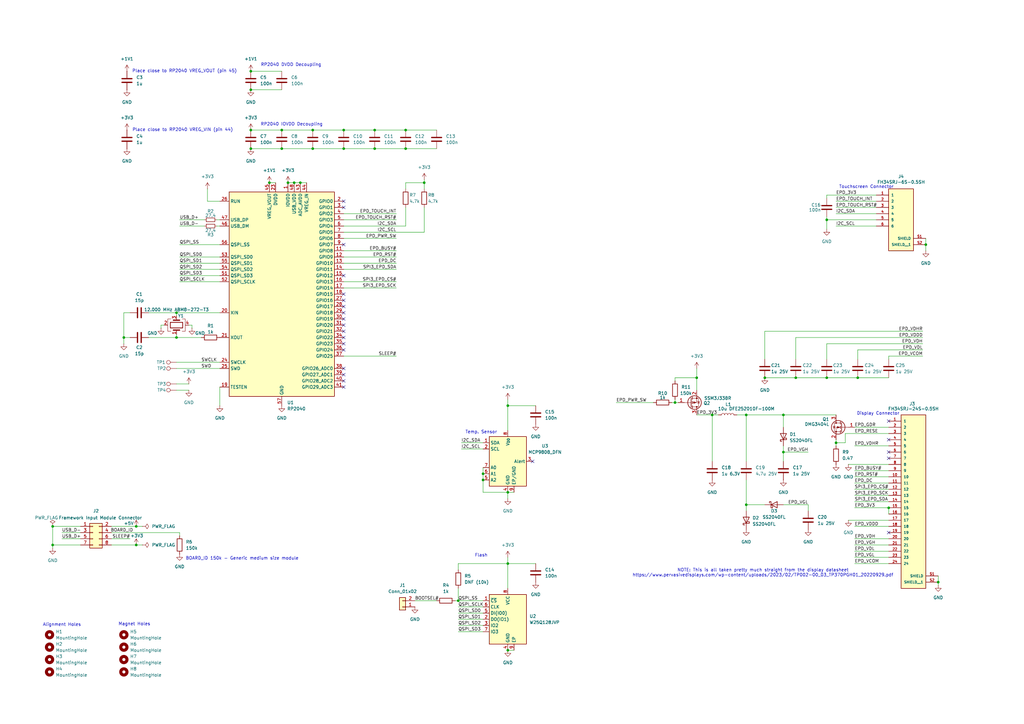
<source format=kicad_sch>
(kicad_sch (version 20231120) (generator "eeschema") (generator_version "8.0")
  (paper "A3")
  (junction (at 321.31 185.42))
  (junction (at 285.75 154.94))
  (junction (at 102.87 60.96))
  (junction (at 128.27 53.34))
  (junction (at 198.12 194.31))
  (junction (at 118.11 74.93))
  (junction (at 326.39 154.94))
  (junction (at 102.87 36.83))
  (junction (at 339.09 154.94))
  (junction (at 173.99 74.93))
  (junction (at 339.09 90.17))
  (junction (at 208.28 201.93))
  (junction (at 140.97 53.34))
  (junction (at 276.86 165.1))
  (junction (at 120.65 74.93))
  (junction (at 115.57 53.34))
  (junction (at 292.1 170.18))
  (junction (at 21.59 223.52))
  (junction (at 166.37 53.34))
  (junction (at 187.96 246.38))
  (junction (at 153.67 60.96))
  (junction (at 208.28 266.7))
  (junction (at 55.88 223.52))
  (junction (at 384.81 238.76))
  (junction (at 110.49 74.93))
  (junction (at 72.39 138.43))
  (junction (at 306.07 170.18))
  (junction (at 72.39 128.27))
  (junction (at 306.07 207.01))
  (junction (at 351.79 154.94))
  (junction (at 153.67 53.34))
  (junction (at 208.28 231.14))
  (junction (at 140.97 60.96))
  (junction (at 102.87 29.21))
  (junction (at 55.88 215.9))
  (junction (at 364.49 208.28))
  (junction (at 115.57 60.96))
  (junction (at 21.59 215.9))
  (junction (at 321.31 170.18))
  (junction (at 128.27 60.96))
  (junction (at 50.8 138.43))
  (junction (at 123.19 74.93))
  (junction (at 198.12 196.85))
  (junction (at 313.69 154.94))
  (junction (at 166.37 60.96))
  (junction (at 102.87 53.34))
  (junction (at 342.9 181.61))
  (junction (at 379.73 100.33))
  (junction (at 208.28 166.37))
  (no_connect (at 140.97 85.09))
  (no_connect (at 140.97 113.03))
  (no_connect (at 140.97 82.55))
  (no_connect (at 218.44 189.23))
  (no_connect (at 140.97 151.13))
  (no_connect (at 140.97 100.33))
  (no_connect (at 364.49 187.96))
  (no_connect (at 140.97 156.21))
  (no_connect (at 364.49 185.42))
  (no_connect (at 364.49 172.72))
  (no_connect (at 140.97 138.43))
  (no_connect (at 140.97 135.89))
  (no_connect (at 140.97 130.81))
  (no_connect (at 364.49 218.44))
  (no_connect (at 140.97 125.73))
  (no_connect (at 140.97 153.67))
  (no_connect (at 140.97 140.97))
  (no_connect (at 140.97 120.65))
  (no_connect (at 140.97 133.35))
  (no_connect (at 364.49 180.34))
  (no_connect (at 140.97 143.51))
  (no_connect (at 140.97 128.27))
  (no_connect (at 140.97 158.75))
  (no_connect (at 140.97 123.19))
  (wire (pts (xy 306.07 196.85) (xy 306.07 207.01)))
  (wire (pts (xy 189.23 184.15) (xy 198.12 184.15)))
  (wire (pts (xy 187.96 251.46) (xy 198.12 251.46)))
  (wire (pts (xy 313.69 154.94) (xy 326.39 154.94)))
  (wire (pts (xy 208.28 166.37) (xy 219.71 166.37)))
  (wire (pts (xy 331.47 207.01) (xy 331.47 209.55)))
  (wire (pts (xy 306.07 170.18) (xy 321.31 170.18)))
  (wire (pts (xy 72.39 151.13) (xy 90.17 151.13)))
  (wire (pts (xy 351.79 143.51) (xy 378.46 143.51)))
  (wire (pts (xy 123.19 74.93) (xy 125.73 74.93)))
  (wire (pts (xy 140.97 53.34) (xy 153.67 53.34)))
  (wire (pts (xy 347.98 213.36) (xy 364.49 213.36)))
  (wire (pts (xy 170.18 246.38) (xy 179.07 246.38)))
  (wire (pts (xy 198.12 191.77) (xy 198.12 194.31)))
  (wire (pts (xy 285.75 151.13) (xy 285.75 154.94)))
  (wire (pts (xy 45.72 220.98) (xy 53.34 220.98)))
  (wire (pts (xy 25.4 218.44) (xy 33.02 218.44)))
  (wire (pts (xy 276.86 154.94) (xy 285.75 154.94)))
  (wire (pts (xy 351.79 154.94) (xy 364.49 154.94)))
  (wire (pts (xy 55.88 223.52) (xy 58.42 223.52)))
  (wire (pts (xy 350.52 205.74) (xy 364.49 205.74)))
  (wire (pts (xy 115.57 60.96) (xy 128.27 60.96)))
  (wire (pts (xy 326.39 147.32) (xy 326.39 138.43)))
  (wire (pts (xy 364.49 147.32) (xy 364.49 146.05)))
  (wire (pts (xy 88.9 90.17) (xy 90.17 90.17)))
  (wire (pts (xy 339.09 93.98) (xy 339.09 90.17)))
  (wire (pts (xy 140.97 146.05) (xy 162.56 146.05)))
  (wire (pts (xy 306.07 207.01) (xy 306.07 209.55)))
  (wire (pts (xy 339.09 88.9) (xy 339.09 90.17)))
  (wire (pts (xy 60.96 138.43) (xy 72.39 138.43)))
  (wire (pts (xy 210.82 201.93) (xy 208.28 201.93)))
  (wire (pts (xy 115.57 53.34) (xy 128.27 53.34)))
  (wire (pts (xy 60.96 128.27) (xy 72.39 128.27)))
  (wire (pts (xy 120.65 74.93) (xy 123.19 74.93)))
  (wire (pts (xy 364.49 208.28) (xy 364.49 210.82)))
  (wire (pts (xy 339.09 81.28) (xy 339.09 80.01)))
  (wire (pts (xy 276.86 156.21) (xy 276.86 154.94)))
  (wire (pts (xy 342.9 182.88) (xy 342.9 181.61)))
  (wire (pts (xy 187.96 231.14) (xy 187.96 233.68)))
  (wire (pts (xy 21.59 215.9) (xy 21.59 223.52)))
  (wire (pts (xy 208.28 231.14) (xy 208.28 241.3)))
  (wire (pts (xy 350.52 195.58) (xy 364.49 195.58)))
  (wire (pts (xy 85.09 82.55) (xy 90.17 82.55)))
  (wire (pts (xy 198.12 196.85) (xy 198.12 201.93)))
  (wire (pts (xy 321.31 185.42) (xy 321.31 189.23)))
  (wire (pts (xy 140.97 97.79) (xy 162.56 97.79)))
  (wire (pts (xy 275.59 165.1) (xy 276.86 165.1)))
  (wire (pts (xy 313.69 147.32) (xy 313.69 135.89)))
  (wire (pts (xy 53.34 128.27) (xy 50.8 128.27)))
  (wire (pts (xy 339.09 80.01) (xy 359.41 80.01)))
  (wire (pts (xy 285.75 170.18) (xy 292.1 170.18)))
  (wire (pts (xy 73.66 113.03) (xy 90.17 113.03)))
  (wire (pts (xy 351.79 147.32) (xy 351.79 143.51)))
  (wire (pts (xy 350.52 208.28) (xy 364.49 208.28)))
  (wire (pts (xy 350.52 215.9) (xy 364.49 215.9)))
  (wire (pts (xy 66.04 133.35) (xy 66.04 134.62)))
  (wire (pts (xy 252.73 165.1) (xy 267.97 165.1)))
  (wire (pts (xy 140.97 95.25) (xy 173.99 95.25)))
  (wire (pts (xy 276.86 163.83) (xy 276.86 165.1)))
  (wire (pts (xy 166.37 53.34) (xy 179.07 53.34)))
  (wire (pts (xy 72.39 148.59) (xy 90.17 148.59)))
  (wire (pts (xy 21.59 215.9) (xy 33.02 215.9)))
  (wire (pts (xy 208.28 201.93) (xy 208.28 204.47)))
  (wire (pts (xy 346.71 177.8) (xy 364.49 177.8)))
  (wire (pts (xy 208.28 266.7) (xy 210.82 266.7)))
  (wire (pts (xy 140.97 90.17) (xy 162.56 90.17)))
  (wire (pts (xy 342.9 92.71) (xy 359.41 92.71)))
  (wire (pts (xy 73.66 92.71) (xy 83.82 92.71)))
  (wire (pts (xy 187.96 259.08) (xy 198.12 259.08)))
  (wire (pts (xy 66.04 133.35) (xy 67.31 133.35)))
  (wire (pts (xy 173.99 74.93) (xy 173.99 77.47)))
  (wire (pts (xy 140.97 92.71) (xy 166.37 92.71)))
  (wire (pts (xy 350.52 223.52) (xy 364.49 223.52)))
  (wire (pts (xy 55.88 215.9) (xy 58.42 215.9)))
  (wire (pts (xy 208.28 166.37) (xy 208.28 176.53)))
  (wire (pts (xy 189.23 181.61) (xy 198.12 181.61)))
  (wire (pts (xy 306.07 207.01) (xy 313.69 207.01)))
  (wire (pts (xy 140.97 102.87) (xy 162.56 102.87)))
  (wire (pts (xy 128.27 60.96) (xy 140.97 60.96)))
  (wire (pts (xy 198.12 201.93) (xy 208.28 201.93)))
  (wire (pts (xy 102.87 53.34) (xy 115.57 53.34)))
  (wire (pts (xy 187.96 246.38) (xy 198.12 246.38)))
  (wire (pts (xy 321.31 207.01) (xy 331.47 207.01)))
  (wire (pts (xy 140.97 115.57) (xy 162.56 115.57)))
  (wire (pts (xy 321.31 185.42) (xy 331.47 185.42)))
  (wire (pts (xy 339.09 90.17) (xy 359.41 90.17)))
  (wire (pts (xy 73.66 107.95) (xy 90.17 107.95)))
  (wire (pts (xy 350.52 198.12) (xy 364.49 198.12)))
  (wire (pts (xy 350.52 220.98) (xy 364.49 220.98)))
  (wire (pts (xy 82.55 138.43) (xy 72.39 138.43)))
  (wire (pts (xy 350.52 228.6) (xy 364.49 228.6)))
  (wire (pts (xy 72.39 138.43) (xy 72.39 137.16)))
  (wire (pts (xy 72.39 157.48) (xy 77.47 157.48)))
  (wire (pts (xy 364.49 146.05) (xy 378.46 146.05)))
  (wire (pts (xy 50.8 128.27) (xy 50.8 138.43)))
  (wire (pts (xy 294.64 170.18) (xy 292.1 170.18)))
  (wire (pts (xy 73.66 115.57) (xy 90.17 115.57)))
  (wire (pts (xy 140.97 107.95) (xy 162.56 107.95)))
  (wire (pts (xy 102.87 29.21) (xy 115.57 29.21)))
  (wire (pts (xy 321.31 170.18) (xy 342.9 170.18)))
  (wire (pts (xy 285.75 154.94) (xy 285.75 160.02)))
  (wire (pts (xy 198.12 194.31) (xy 198.12 196.85)))
  (wire (pts (xy 350.52 226.06) (xy 364.49 226.06)))
  (wire (pts (xy 140.97 87.63) (xy 162.56 87.63)))
  (wire (pts (xy 208.28 228.6) (xy 208.28 231.14)))
  (wire (pts (xy 379.73 97.79) (xy 379.73 100.33)))
  (wire (pts (xy 347.98 190.5) (xy 364.49 190.5)))
  (wire (pts (xy 88.9 92.71) (xy 90.17 92.71)))
  (wire (pts (xy 313.69 135.89) (xy 378.46 135.89)))
  (wire (pts (xy 187.96 254) (xy 198.12 254)))
  (wire (pts (xy 166.37 74.93) (xy 173.99 74.93)))
  (wire (pts (xy 73.66 105.41) (xy 90.17 105.41)))
  (wire (pts (xy 173.99 73.66) (xy 173.99 74.93)))
  (wire (pts (xy 45.72 215.9) (xy 55.88 215.9)))
  (wire (pts (xy 342.9 82.55) (xy 359.41 82.55)))
  (wire (pts (xy 292.1 170.18) (xy 292.1 189.23)))
  (wire (pts (xy 140.97 60.96) (xy 153.67 60.96)))
  (wire (pts (xy 140.97 118.11) (xy 162.56 118.11)))
  (wire (pts (xy 173.99 85.09) (xy 173.99 95.25)))
  (wire (pts (xy 102.87 60.96) (xy 115.57 60.96)))
  (wire (pts (xy 45.72 223.52) (xy 55.88 223.52)))
  (wire (pts (xy 110.49 74.93) (xy 113.03 74.93)))
  (wire (pts (xy 140.97 105.41) (xy 162.56 105.41)))
  (wire (pts (xy 50.8 138.43) (xy 50.8 140.97)))
  (wire (pts (xy 21.59 223.52) (xy 33.02 223.52)))
  (wire (pts (xy 339.09 140.97) (xy 378.46 140.97)))
  (wire (pts (xy 342.9 87.63) (xy 359.41 87.63)))
  (wire (pts (xy 166.37 60.96) (xy 179.07 60.96)))
  (wire (pts (xy 326.39 154.94) (xy 339.09 154.94)))
  (wire (pts (xy 321.31 182.88) (xy 321.31 185.42)))
  (wire (pts (xy 78.74 133.35) (xy 78.74 134.62)))
  (wire (pts (xy 166.37 85.09) (xy 166.37 92.71)))
  (wire (pts (xy 72.39 128.27) (xy 72.39 129.54)))
  (wire (pts (xy 342.9 181.61) (xy 342.9 180.34)))
  (wire (pts (xy 339.09 154.94) (xy 351.79 154.94)))
  (wire (pts (xy 90.17 158.75) (xy 90.17 166.37)))
  (wire (pts (xy 384.81 238.76) (xy 384.81 240.03)))
  (wire (pts (xy 187.96 256.54) (xy 198.12 256.54)))
  (wire (pts (xy 302.26 170.18) (xy 306.07 170.18)))
  (wire (pts (xy 321.31 170.18) (xy 321.31 175.26)))
  (wire (pts (xy 128.27 53.34) (xy 140.97 53.34)))
  (wire (pts (xy 326.39 138.43) (xy 378.46 138.43)))
  (wire (pts (xy 186.69 246.38) (xy 187.96 246.38)))
  (wire (pts (xy 21.59 223.52) (xy 21.59 224.79)))
  (wire (pts (xy 25.4 220.98) (xy 33.02 220.98)))
  (wire (pts (xy 118.11 74.93) (xy 120.65 74.93)))
  (wire (pts (xy 187.96 241.3) (xy 187.96 246.38)))
  (wire (pts (xy 90.17 128.27) (xy 72.39 128.27)))
  (wire (pts (xy 102.87 36.83) (xy 115.57 36.83)))
  (wire (pts (xy 73.66 90.17) (xy 83.82 90.17)))
  (wire (pts (xy 379.73 100.33) (xy 379.73 102.87)))
  (wire (pts (xy 77.47 133.35) (xy 78.74 133.35)))
  (wire (pts (xy 73.66 110.49) (xy 90.17 110.49)))
  (wire (pts (xy 140.97 110.49) (xy 162.56 110.49)))
  (wire (pts (xy 187.96 231.14) (xy 208.28 231.14)))
  (wire (pts (xy 350.52 175.26) (xy 364.49 175.26)))
  (wire (pts (xy 350.52 182.88) (xy 364.49 182.88)))
  (wire (pts (xy 208.28 231.14) (xy 219.71 231.14)))
  (wire (pts (xy 73.66 100.33) (xy 90.17 100.33)))
  (wire (pts (xy 208.28 163.83) (xy 208.28 166.37)))
  (wire (pts (xy 45.72 218.44) (xy 73.66 218.44)))
  (wire (pts (xy 72.39 160.02) (xy 77.47 160.02)))
  (wire (pts (xy 346.71 181.61) (xy 346.71 177.8)))
  (wire (pts (xy 50.8 138.43) (xy 53.34 138.43)))
  (wire (pts (xy 350.52 203.2) (xy 364.49 203.2)))
  (wire (pts (xy 73.66 218.44) (xy 73.66 219.71)))
  (wire (pts (xy 350.52 231.14) (xy 364.49 231.14)))
  (wire (pts (xy 166.37 77.47) (xy 166.37 74.93)))
  (wire (pts (xy 153.67 53.34) (xy 166.37 53.34)))
  (wire (pts (xy 350.52 200.66) (xy 364.49 200.66)))
  (wire (pts (xy 342.9 181.61) (xy 346.71 181.61)))
  (wire (pts (xy 85.09 77.47) (xy 85.09 82.55)))
  (wire (pts (xy 306.07 170.18) (xy 306.07 189.23)))
  (wire (pts (xy 187.96 248.92) (xy 198.12 248.92)))
  (wire (pts (xy 339.09 147.32) (xy 339.09 140.97)))
  (wire (pts (xy 276.86 165.1) (xy 278.13 165.1)))
  (wire (pts (xy 350.52 193.04) (xy 364.49 193.04)))
  (wire (pts (xy 153.67 60.96) (xy 166.37 60.96)))
  (wire (pts (xy 342.9 85.09) (xy 359.41 85.09)))
  (wire (pts (xy 384.81 236.22) (xy 384.81 238.76)))
  (text "NOTE: This is all taken pretty much straight from the display datasheet\nhttps://www.pervasivedisplays.com/wp-content/uploads/2023/02/TP002-00_03_TP370PGH01_20220929.pdf" (at 312.928 234.95 0) (effects (font (size 1.27 1.27))))
  (text "Magnet Holes" (at 55.118 256.032 0) (effects (font (size 1.27 1.27))))
  (text "Place close to RP2040 VREG_VOUT (pin 45)" (at 75.692 29.21 0) (effects (font (size 1.27 1.27))))
  (text "RP2040 DVDD Decoupling" (at 119.38 26.67 0) (effects (font (size 1.27 1.27))))
  (text "Flash" (at 197.358 227.838 0) (effects (font (size 1.27 1.27))))
  (text "Touchscreen Connector" (at 355.346 76.708 0) (effects (font (size 1.27 1.27))))
  (text "RP2040 IOVDD Decoupling" (at 119.634 51.054 0) (effects (font (size 1.27 1.27))))
  (text "Display Connector" (at 360.172 169.672 0) (effects (font (size 1.27 1.27))))
  (text "BOARD_ID 150k - Generic medium size module" (at 99.314 229.108 0) (effects (font (size 1.27 1.27))))
  (text "Place close to RP2040 VREG_VIN (pin 44)" (at 74.93 53.34 0) (effects (font (size 1.27 1.27))))
  (text "Alignment Holes" (at 25.4 256.286 0) (effects (font (size 1.27 1.27))))
  (text "Temp. Sensor" (at 197.358 177.292 0) (effects (font (size 1.27 1.27))))
  (label "SLEEP#" (at 162.56 146.05 180))
  (label "SWCLK" (at 82.55 148.59 0))
  (label "QSPI_SD1" (at 187.96 254 0))
  (label "USB_D+" (at 25.4 220.98 0))
  (label "USB_D-" (at 25.4 218.44 0))
  (label "SPI3_EPD_SCK" (at 350.52 203.2 0))
  (label "EPD_PWR_SW" (at 162.56 97.79 180))
  (label "QSPI_SS" (at 187.96 246.38 0))
  (label "EPD_VGL" (at 350.52 228.6 0))
  (label "EPD_TOUCH_RST#" (at 342.9 85.09 0))
  (label "EPD_TOUCH_INT" (at 162.56 87.63 180))
  (label "EPD_VCOM" (at 350.52 231.14 0))
  (label "EPD_BUSY#" (at 162.56 102.87 180))
  (label "SPI3_EPD_CS#" (at 162.56 115.57 180))
  (label "EPD_RST#" (at 350.52 195.58 0))
  (label "SPI3_EPD_SDA" (at 350.52 205.74 0))
  (label "EPD_DC" (at 162.56 107.95 180))
  (label "I2C_SCL" (at 162.56 95.25 180))
  (label "EPD_3V3" (at 342.9 80.01 0))
  (label "BOARD_ID" (at 54.61 218.44 180))
  (label "QSPI_SS" (at 73.66 100.33 0))
  (label "QSPI_SD1" (at 73.66 107.95 0))
  (label "EPD_GDR" (at 350.52 175.26 0))
  (label "USB_D-" (at 73.66 92.71 0))
  (label "QSPI_SD0" (at 73.66 105.41 0))
  (label "SPI3_EPD_SDA" (at 162.56 110.49 180))
  (label "EPD_VDH" (at 350.52 220.98 0))
  (label "QSPI_SD3" (at 187.96 259.08 0))
  (label "SPI3_EPD_CS#" (at 350.52 200.66 0))
  (label "QSPI_SCLK" (at 187.96 248.92 0))
  (label "SWD" (at 82.55 151.13 0))
  (label "EPD_PWR_SW" (at 252.73 165.1 0))
  (label "USB_D+" (at 73.66 90.17 0))
  (label "EPD_TOUCH_INT" (at 342.9 82.55 0))
  (label "EPD_RST#" (at 162.56 105.41 180))
  (label "EPD_BUSY#" (at 350.52 193.04 0))
  (label "QSPI_SD2" (at 73.66 110.49 0))
  (label "QSPI_SD3" (at 73.66 113.03 0))
  (label "I2C_SDA" (at 162.56 92.71 180))
  (label "SLEEP#" (at 53.34 220.98 180))
  (label "EPD_3V3" (at 285.75 170.18 0))
  (label "EPD_DC" (at 350.52 198.12 0))
  (label "I2C_SDA" (at 189.23 181.61 0))
  (label "EPD_3V3" (at 350.52 208.28 0))
  (label "EPD_VDHR" (at 350.52 182.88 0))
  (label "EPD_VDH" (at 378.46 140.97 180))
  (label "I2C_SCL" (at 342.9 92.71 0))
  (label "QSPI_SD2" (at 187.96 256.54 0))
  (label "EPD_VDL" (at 350.52 226.06 0))
  (label "EPD_VDDD" (at 378.46 138.43 180))
  (label "QSPI_SD0" (at 187.96 251.46 0))
  (label "QSPI_SCLK" (at 73.66 115.57 0))
  (label "EPD_VCOM" (at 378.46 146.05 180))
  (label "EPD_VGH" (at 350.52 223.52 0))
  (label "EPD_VDHR" (at 378.46 135.89 180))
  (label "EPD_VGL" (at 331.47 207.01 180))
  (label "SPI3_EPD_SCK" (at 162.56 118.11 180))
  (label "EPD_VGH" (at 331.47 185.42 180))
  (label "I2C_SCL" (at 189.23 184.15 0))
  (label "BOOTSEL#" (at 170.18 246.38 0))
  (label "EPD_VDDD" (at 350.52 215.9 0))
  (label "EPD_VDL" (at 378.46 143.51 180))
  (label "EPD_TOUCH_RST#" (at 162.56 90.17 180))
  (label "EPD_RESE" (at 350.52 177.8 0))
  (label "I2C_SDA" (at 342.9 87.63 0))
  (symbol (lib_id "power:PWR_FLAG") (at 21.59 215.9 0) (unit 1)
    (property "Reference" "#FLG03" (effects (hide yes)))
    (property "Value" "PWR_FLAG" (at 19.05 212.344 0))
    (property "Description" "Special symbol for telling ERC where power comes from" (effects (hide yes)))
  )
  (symbol (lib_id "Device:C") (at 166.37 57.15 0) (unit 1)
    (property "Reference" "C12" (at 170.18 55.8799 0) (effects (justify left)))
    (property "Value" "100n" (at 170.18 58.4199 0) (effects (justify left)))
    (property "Footprint" "Capacitor_SMD:C_0402_1005Metric" (effects (hide yes)))
    (property "Description" "Unpolarized capacitor" (effects (hide yes)))
  )
  (symbol (lib_id "Device:C") (at 351.79 151.13 0) (unit 1)
    (property "Reference" "C24" (at 354.584 149.86 0) (effects (justify left)))
    (property "Value" "1u 25V" (at 354.584 152.4 0) (effects (justify left)))
    (property "Footprint" "Capacitor_SMD:C_0402_1005Metric" (effects (hide yes)))
    (property "Description" "Unpolarized capacitor" (effects (hide yes)))
  )
  (symbol (lib_id "Device:Q_PMOS_GSD") (at 283.21 165.1 0) (mirror x) (unit 1)
    (property "Reference" "Q2" (at 288.544 165.354 0) (effects (justify left)))
    (property "Value" "SSM3J338R" (at 288.798 163.322 0) (effects (justify left)))
    (property "Footprint" "Package_TO_SOT_SMD:SOT-23" (effects (hide yes)))
    (property "Description" "P-MOSFET transistor, gate/source/drain" (effects (hide yes)))
  )
  (symbol (lib_id "power:+1V1") (at 102.87 29.21 0) (unit 1)
    (property "Reference" "#PWR013" (effects (hide yes)))
    (property "Value" "+1V1" (at 102.87 24.13 0))
    (property "Description" "Power symbol creates a global label with name \"+1V1\"" (effects (hide yes)))
  )
  (symbol (lib_id "Memory_Flash:W25Q32JVZP") (at 208.28 254 0) (unit 1)
    (property "Reference" "U2" (at 217.17 252.7299 0) (effects (justify left)))
    (property "Value" "W25Q128JVP" (at 217.17 255.2699 0) (effects (justify left)))
    (property "Footprint" "Package_SON:WSON-8-1EP_6x5mm_P1.27mm_EP3.4x4.3mm" (effects (hide yes)))
    (property "Datasheet" "http://www.winbond.com/resource-files/w25q32jv%20revg%2003272018%20plus.pdf" (effects (hide yes)))
    (property "Description" "32Mb Serial Flash Memory, Standard/Dual/Quad SPI, DFN-8" (effects (hide yes)))
  )
  (symbol (lib_id "Connector:TestPoint") (at 72.39 157.48 90) (unit 1)
    (property "Reference" "TP3" (at 66.294 157.48 90))
    (property "Value" "TestPoint" (effects (hide yes)))
    (property "Footprint" "TestPoint:TestPoint_Pad_D2.5mm" (effects (hide yes)))
    (property "Description" "test point" (effects (hide yes)))
  )
  (symbol (lib_id "power:+1V1") (at 110.49 74.93 0) (unit 1)
    (property "Reference" "#PWR08" (effects (hide yes)))
    (property "Value" "+1V1" (at 110.49 69.85 0))
    (property "Description" "Power symbol creates a global label with name \"+1V1\"" (effects (hide yes)))
  )
  (symbol (lib_id "Device:C") (at 115.57 57.15 0) (unit 1)
    (property "Reference" "C8" (at 119.38 55.8799 0) (effects (justify left)))
    (property "Value" "100n" (at 119.38 58.4199 0) (effects (justify left)))
    (property "Footprint" "Capacitor_SMD:C_0402_1005Metric" (effects (hide yes)))
    (property "Description" "Unpolarized capacitor" (effects (hide yes)))
  )
  (symbol (lib_id "power:+5V") (at 55.88 215.9 0) (unit 1)
    (property "Reference" "#PWR022" (effects (hide yes)))
    (property "Value" "+5V" (at 52.832 214.63 0))
    (property "Description" "Power symbol creates a global label with name \"+5V\"" (effects (hide yes)))
  )
  (symbol (lib_id "Device:L") (at 298.45 170.18 90) (unit 1)
    (property "Reference" "L1" (at 298.704 165.862 90))
    (property "Value" "10u DFE252010F-100M" (at 306.07 167.64 90))
    (property "Footprint" "Inductor_SMD:L_1008_2520Metric" (effects (hide yes)))
    (property "Description" "Inductor" (effects (hide yes)))
  )
  (symbol (lib_id "Mechanical:MountingHole") (at 20.32 260.35 0) (unit 1) (exclude_from_sim yes) (in_bom no)
    (property "Reference" "H1" (at 22.86 259.0799 0) (effects (justify left)))
    (property "Value" "MountingHole" (at 22.86 261.6199 0) (effects (justify left)))
    (property "Footprint" "MountingHole:MountingHole_2.1mm" (effects (hide yes)))
    (property "Description" "Mounting Hole without connection" (effects (hide yes)))
  )
  (symbol (lib_id "Device:D_Schottky") (at 306.07 213.36 90) (unit 1)
    (property "Reference" "D2" (at 308.61 212.4074 90) (effects (justify right)))
    (property "Value" "SS2040FL" (at 308.61 214.9474 90) (effects (justify right)))
    (property "Footprint" "Diode_SMD:D_SOD-123F" (effects (hide yes)))
    (property "Description" "Schottky diode" (effects (hide yes)))
  )
  (symbol (lib_id "Device:C") (at 219.71 170.18 0) (unit 1)
    (property "Reference" "C15" (at 223.52 168.9099 0) (effects (justify left)))
    (property "Value" "100n" (at 223.52 171.4499 0) (effects (justify left)))
    (property "Footprint" "Capacitor_SMD:C_0402_1005Metric" (effects (hide yes)))
    (property "Description" "Unpolarized capacitor" (effects (hide yes)))
  )
  (symbol (lib_id "Device:R_Small") (at 86.36 90.17 90) (unit 1)
    (property "Reference" "R2" (at 86.36 86.614 90))
    (property "Value" "27.4" (at 86.36 88.392 90))
    (property "Footprint" "Resistor_SMD:R_0402_1005Metric" (effects (hide yes)))
    (property "Description" "Resistor, small symbol" (effects (hide yes)))
  )
  (symbol (lib_id "Device:C") (at 331.47 213.36 0) (unit 1)
    (property "Reference" "C20" (at 335.28 212.0899 0) (effects (justify left)))
    (property "Value" "1u 25V" (at 335.28 214.6299 0) (effects (justify left)))
    (property "Footprint" "Capacitor_SMD:C_0402_1005Metric" (effects (hide yes)))
    (property "Description" "Unpolarized capacitor" (effects (hide yes)))
  )
  (symbol (lib_id "Device:R") (at 86.36 138.43 90) (unit 1)
    (property "Reference" "R1" (at 86.36 133.604 90))
    (property "Value" "1k" (at 86.36 136.144 90))
    (property "Footprint" "Resistor_SMD:R_0402_1005Metric" (effects (hide yes)))
    (property "Description" "Resistor" (effects (hide yes)))
  )
  (symbol (lib_id "power:PWR_FLAG") (at 58.42 223.52 270) (unit 1)
    (property "Reference" "#FLG02" (effects (hide yes)))
    (property "Value" "PWR_FLAG" (at 62.23 223.5199 90) (effects (justify left)))
    (property "Description" "Special symbol for telling ERC where power comes from" (effects (hide yes)))
  )
  (symbol (lib_id "Mechanical:MountingHole") (at 50.8 275.59 0) (unit 1) (exclude_from_sim yes) (in_bom no)
    (property "Reference" "H8" (at 53.34 274.3199 0) (effects (justify left)))
    (property "Value" "MountingHole" (at 53.34 276.8599 0) (effects (justify left)))
    (property "Footprint" "InputModule:MountingHole_3.7mm_Pad_24929" (effects (hide yes)))
    (property "Description" "Mounting Hole without connection" (effects (hide yes)))
  )
  (symbol (lib_id "power:GND") (at 115.57 166.37 0) (unit 1)
    (property "Reference" "#PWR03" (effects (hide yes)))
    (property "Value" "GND" (at 115.57 171.45 0))
    (property "Description" "Power symbol creates a global label with name \"GND\" , ground" (effects (hide yes)))
  )
  (symbol (lib_id "Device:C") (at 102.87 57.15 0) (unit 1)
    (property "Reference" "C7" (at 106.68 55.8799 0) (effects (justify left)))
    (property "Value" "100n" (at 106.68 58.4199 0) (effects (justify left)))
    (property "Footprint" "Capacitor_SMD:C_0402_1005Metric" (effects (hide yes)))
    (property "Description" "Unpolarized capacitor" (effects (hide yes)))
  )
  (symbol (lib_id "Device:R") (at 276.86 160.02 0) (unit 1)
    (property "Reference" "R11" (at 279.4 158.7499 0) (effects (justify left)))
    (property "Value" "150k" (at 278.892 161.29 0) (effects (justify left)))
    (property "Footprint" "Resistor_SMD:R_0402_1005Metric" (effects (hide yes)))
    (property "Description" "Resistor" (effects (hide yes)))
  )
  (symbol (lib_id "Device:C") (at 57.15 128.27 90) (unit 1)
    (property "Reference" "C1" (at 57.15 120.65 90))
    (property "Value" "15p" (at 57.15 123.19 90))
    (property "Footprint" "Capacitor_SMD:C_0402_1005Metric" (effects (hide yes)))
    (property "Description" "Unpolarized capacitor" (effects (hide yes)))
  )
  (symbol (lib_id "Device:C") (at 128.27 57.15 0) (unit 1)
    (property "Reference" "C9" (at 132.08 55.8799 0) (effects (justify left)))
    (property "Value" "100n" (at 132.08 58.4199 0) (effects (justify left)))
    (property "Footprint" "Capacitor_SMD:C_0402_1005Metric" (effects (hide yes)))
    (property "Description" "Unpolarized capacitor" (effects (hide yes)))
  )
  (symbol (lib_id "Mechanical:MountingHole") (at 20.32 265.43 0) (unit 1) (exclude_from_sim yes) (in_bom no)
    (property "Reference" "H2" (at 22.86 264.1599 0) (effects (justify left)))
    (property "Value" "MountingHole" (at 22.86 266.6999 0) (effects (justify left)))
    (property "Footprint" "MountingHole:MountingHole_2.1mm" (effects (hide yes)))
    (property "Description" "Mounting Hole without connection" (effects (hide yes)))
  )
  (symbol (lib_id "Device:R") (at 342.9 186.69 180) (unit 1)
    (property "Reference" "R9" (at 345.44 185.4199 0) (effects (justify right)))
    (property "Value" "0.47" (at 345.44 187.9599 0) (effects (justify right)))
    (property "Footprint" "Resistor_SMD:R_0402_1005Metric" (effects (hide yes)))
    (property "Description" "Resistor" (effects (hide yes)))
  )
  (symbol (lib_id "Device:C") (at 339.09 85.09 180) (unit 1)
    (property "Reference" "C16" (at 332.74 84.074 0) (effects (justify right)))
    (property "Value" "100n" (at 331.724 86.106 0) (effects (justify right)))
    (property "Footprint" "Capacitor_SMD:C_0402_1005Metric" (effects (hide yes)))
    (property "Description" "Unpolarized capacitor" (effects (hide yes)))
  )
  (symbol (lib_id "Device:C") (at 292.1 193.04 0) (unit 1)
    (property "Reference" "C18" (at 295.91 191.7699 0) (effects (justify left)))
    (property "Value" "1u 6.3V" (at 295.91 194.3099 0) (effects (justify left)))
    (property "Footprint" "Capacitor_SMD:C_0402_1005Metric" (effects (hide yes)))
    (property "Description" "Unpolarized capacitor" (effects (hide yes)))
  )
  (symbol (lib_id "Mechanical:MountingHole") (at 20.32 275.59 0) (unit 1) (exclude_from_sim yes) (in_bom no)
    (property "Reference" "H4" (at 22.86 274.3199 0) (effects (justify left)))
    (property "Value" "MountingHole" (at 22.86 276.8599 0) (effects (justify left)))
    (property "Footprint" "MountingHole:MountingHole_2.1mm" (effects (hide yes)))
    (property "Description" "Mounting Hole without connection" (effects (hide yes)))
  )
  (symbol (lib_id "power:+3V3") (at 173.99 73.66 0) (unit 1)
    (property "Reference" "#PWR028" (effects (hide yes)))
    (property "Value" "+3V3" (at 173.99 68.58 0))
    (property "Description" "Power symbol creates a global label with name \"+3V3\"" (effects (hide yes)))
  )
  (symbol (lib_id "Device:C") (at 115.57 33.02 0) (unit 1)
    (property "Reference" "C6" (at 119.38 31.7499 0) (effects (justify left)))
    (property "Value" "100n" (at 119.38 34.2899 0) (effects (justify left)))
    (property "Footprint" "Capacitor_SMD:C_0402_1005Metric" (effects (hide yes)))
    (property "Description" "Unpolarized capacitor" (effects (hide yes)))
  )
  (symbol (lib_id "power:GND") (at 208.28 266.7 0) (unit 1)
    (property "Reference" "#PWR018" (effects (hide yes)))
    (property "Value" "GND" (at 208.28 271.78 0))
    (property "Description" "Power symbol creates a global label with name \"GND\" , ground" (effects (hide yes)))
  )
  (symbol (lib_id "Device:Crystal_GND24") (at 72.39 133.35 90) (unit 1)
    (property "Reference" "Y1" (at 74.168 129.54 90))
    (property "Value" "12.000 MHz ABM8-272-T3" (at 72.39 127 90))
    (property "Footprint" "Crystal:Crystal_SMD_Abracon_ABM8G-4Pin_3.2x2.5mm" (effects (hide yes)))
    (property "Description" "Four pin crystal, GND on pins 2 and 4" (effects (hide yes)))
  )
  (symbol (lib_id "Device:R") (at 73.66 223.52 0) (unit 1)
    (property "Reference" "R6" (at 76.2 222.2499 0) (effects (justify left)))
    (property "Value" "150k" (at 76.2 224.7899 0) (effects (justify left)))
    (property "Footprint" "Resistor_SMD:R_0402_1005Metric" (effects (hide yes)))
    (property "Description" "Resistor" (effects (hide yes)))
  )
  (symbol (lib_id "power:GND") (at 321.31 196.85 0) (unit 1)
    (property "Reference" "#PWR035" (effects (hide yes)))
    (property "Value" "GND" (at 321.31 201.93 0))
    (property "Description" "Power symbol creates a global label with name \"GND\" , ground" (effects (hide yes)))
  )
  (symbol (lib_id "power:+3V3") (at 285.75 151.13 0) (unit 1)
    (property "Reference" "#PWR040" (effects (hide yes)))
    (property "Value" "+3V3" (at 285.75 146.05 0))
    (property "Description" "Power symbol creates a global label with name \"+3V3\"" (effects (hide yes)))
  )
  (symbol (lib_id "power:GND") (at 170.18 248.92 0) (unit 1)
    (property "Reference" "#PWR019" (effects (hide yes)))
    (property "Value" "GND" (at 170.18 254 0))
    (property "Description" "Power symbol creates a global label with name \"GND\" , ground" (effects (hide yes)))
  )
  (symbol (lib_id "power:GND") (at 52.07 36.83 0) (unit 1)
    (property "Reference" "#PWR010" (effects (hide yes)))
    (property "Value" "GND" (at 52.07 41.91 0))
    (property "Description" "Power symbol creates a global label with name \"GND\" , ground" (effects (hide yes)))
  )
  (symbol (lib_id "power:GND") (at 50.8 140.97 0) (unit 1)
    (property "Reference" "#PWR07" (effects (hide yes)))
    (property "Value" "GND" (at 50.8 146.05 0))
    (property "Description" "Power symbol creates a global label with name \"GND\" , ground" (effects (hide yes)))
  )
  (symbol (lib_id "Device:C") (at 306.07 193.04 0) (unit 1)
    (property "Reference" "C19" (at 309.88 191.7699 0) (effects (justify left)))
    (property "Value" "4.7u 25V" (at 309.88 194.3099 0) (effects (justify left)))
    (property "Footprint" "Capacitor_SMD:C_0603_1608Metric" (effects (hide yes)))
    (property "Description" "Unpolarized capacitor" (effects (hide yes)))
  )
  (symbol (lib_id "power:+3V3") (at 52.07 53.34 0) (unit 1)
    (property "Reference" "#PWR011" (effects (hide yes)))
    (property "Value" "+3V3" (at 52.07 48.26 0))
    (property "Description" "Power symbol creates a global label with name \"+3V3\"" (effects (hide yes)))
  )
  (symbol (lib_id "Device:C") (at 321.31 193.04 0) (unit 1)
    (property "Reference" "C17" (at 325.12 191.7699 0) (effects (justify left)))
    (property "Value" "1u 25V" (at 325.12 194.3099 0) (effects (justify left)))
    (property "Footprint" "Capacitor_SMD:C_0402_1005Metric" (effects (hide yes)))
    (property "Description" "Unpolarized capacitor" (effects (hide yes)))
  )
  (symbol (lib_id "power:GND") (at 331.47 217.17 0) (unit 1)
    (property "Reference" "#PWR029" (effects (hide yes)))
    (property "Value" "GND" (at 331.47 222.25 0))
    (property "Description" "Power symbol creates a global label with name \"GND\" , ground" (effects (hide yes)))
  )
  (symbol (lib_id "Device:C") (at 140.97 57.15 0) (unit 1)
    (property "Reference" "C10" (at 144.78 55.8799 0) (effects (justify left)))
    (property "Value" "100n" (at 144.78 58.4199 0) (effects (justify left)))
    (property "Footprint" "Capacitor_SMD:C_0402_1005Metric" (effects (hide yes)))
    (property "Description" "Unpolarized capacitor" (effects (hide yes)))
  )
  (symbol (lib_id "power:GND") (at 77.47 160.02 0) (unit 1)
    (property "Reference" "#PWR039" (effects (hide yes)))
    (property "Value" "GND" (at 77.47 165.1 0))
    (property "Description" "Power symbol creates a global label with name \"GND\" , ground" (effects (hide yes)))
  )
  (symbol (lib_id "Connector:TestPoint") (at 72.39 151.13 90) (unit 1)
    (property "Reference" "TP2" (at 66.294 151.13 90))
    (property "Value" "TestPoint" (effects (hide yes)))
    (property "Footprint" "TestPoint:TestPoint_Pad_D2.5mm" (effects (hide yes)))
    (property "Description" "test point" (effects (hide yes)))
  )
  (symbol (lib_id "power:GND") (at 21.59 224.79 0) (unit 1)
    (property "Reference" "#PWR021" (effects (hide yes)))
    (property "Value" "GND" (at 21.59 229.87 0))
    (property "Description" "Power symbol creates a global label with name \"GND\" , ground" (effects (hide yes)))
  )
  (symbol (lib_id "power:+3V3") (at 208.28 228.6 0) (unit 1)
    (property "Reference" "#PWR017" (effects (hide yes)))
    (property "Value" "+3V3" (at 208.28 223.52 0))
    (property "Description" "Power symbol creates a global label with name \"+3V3\"" (effects (hide yes)))
  )
  (symbol (lib_id "power:+1V1") (at 52.07 29.21 0) (unit 1)
    (property "Reference" "#PWR09" (effects (hide yes)))
    (property "Value" "+1V1" (at 52.07 24.13 0))
    (property "Description" "Power symbol creates a global label with name \"+1V1\"" (effects (hide yes)))
  )
  (symbol (lib_id "Device:C") (at 313.69 151.13 0) (unit 1)
    (property "Reference" "C21" (at 316.23 149.86 0) (effects (justify left)))
    (property "Value" "1u 25V" (at 316.23 152.4 0) (effects (justify left)))
    (property "Footprint" "Capacitor_SMD:C_0402_1005Metric" (effects (hide yes)))
    (property "Description" "Unpolarized capacitor" (effects (hide yes)))
  )
  (symbol (lib_id "Mechanical:MountingHole") (at 50.8 270.51 0) (unit 1) (exclude_from_sim yes) (in_bom no)
    (property "Reference" "H7" (at 53.34 269.2399 0) (effects (justify left)))
    (property "Value" "MountingHole" (at 53.34 271.7799 0) (effects (justify left)))
    (property "Footprint" "InputModule:MountingHole_3.7mm_Pad_24929" (effects (hide yes)))
    (property "Description" "Mounting Hole without connection" (effects (hide yes)))
  )
  (symbol (lib_id "Device:D_Schottky") (at 321.31 179.07 90) (unit 1)
    (property "Reference" "D1" (at 323.85 178.1174 90) (effects (justify right)))
    (property "Value" "SS2040FL" (at 323.85 180.6574 90) (effects (justify right)))
    (property "Footprint" "Diode_SMD:D_SOD-123F" (effects (hide yes)))
    (property "Description" "Schottky diode" (effects (hide yes)))
  )
  (symbol (lib_id "Device:C") (at 57.15 138.43 90) (unit 1)
    (property "Reference" "C2" (at 57.15 142.494 90))
    (property "Value" "15p" (at 57.15 145.034 90))
    (property "Footprint" "Capacitor_SMD:C_0402_1005Metric" (effects (hide yes)))
    (property "Description" "Unpolarized capacitor" (effects (hide yes)))
  )
  (symbol (lib_id "Device:C") (at 179.07 57.15 0) (unit 1)
    (property "Reference" "C13" (at 182.88 55.8799 0) (effects (justify left)))
    (property "Value" "100n" (at 182.88 58.4199 0) (effects (justify left)))
    (property "Footprint" "Capacitor_SMD:C_0402_1005Metric" (effects (hide yes)))
    (property "Description" "Unpolarized capacitor" (effects (hide yes)))
  )
  (symbol (lib_id "Device:R") (at 271.78 165.1 90) (unit 1)
    (property "Reference" "R10" (at 271.78 161.29 90))
    (property "Value" "1k" (at 271.78 163.068 90))
    (property "Footprint" "Resistor_SMD:R_0402_1005Metric" (effects (hide yes)))
    (property "Description" "Resistor" (effects (hide yes)))
  )
  (symbol (lib_id "Connector:TestPoint") (at 72.39 160.02 90) (unit 1)
    (property "Reference" "TP4" (at 66.294 160.02 90))
    (property "Value" "TestPoint" (effects (hide yes)))
    (property "Footprint" "TestPoint:TestPoint_Pad_D2.5mm" (effects (hide yes)))
    (property "Description" "test point" (effects (hide yes)))
  )
  (symbol (lib_id "Device:R_Small") (at 86.36 92.71 90) (unit 1)
    (property "Reference" "R3" (at 86.36 96.266 90))
    (property "Value" "27.4" (at 86.36 94.488 90))
    (property "Footprint" "Resistor_SMD:R_0402_1005Metric" (effects (hide yes)))
    (property "Description" "Resistor, small symbol" (effects (hide yes)))
  )
  (symbol (lib_id "power:+3V3") (at 77.47 157.48 0) (unit 1)
    (property "Reference" "#PWR038" (effects (hide yes)))
    (property "Value" "+3V3" (at 77.47 152.4 0))
    (property "Description" "Power symbol creates a global label with name \"+3V3\"" (effects (hide yes)))
  )
  (symbol (lib_id "Device:R") (at 182.88 246.38 270) (unit 1)
    (property "Reference" "R4" (at 182.88 240.03 90))
    (property "Value" "1k" (at 182.88 242.57 90))
    (property "Footprint" "Resistor_SMD:R_0402_1005Metric" (effects (hide yes)))
    (property "Description" "Resistor" (effects (hide yes)))
  )
  (symbol (lib_id "Mechanical:MountingHole") (at 50.8 265.43 0) (unit 1) (exclude_from_sim yes) (in_bom no)
    (property "Reference" "H6" (at 53.34 264.1599 0) (effects (justify left)))
    (property "Value" "MountingHole" (at 53.34 266.6999 0) (effects (justify left)))
    (property "Footprint" "InputModule:MountingHole_3.7mm_Pad_24929" (effects (hide yes)))
    (property "Description" "Mounting Hole without connection" (effects (hide yes)))
  )
  (symbol (lib_id "Connector:TestPoint") (at 72.39 148.59 90) (unit 1)
    (property "Reference" "TP1" (at 66.04 148.59 90))
    (property "Value" "TestPoint" (effects (hide yes)))
    (property "Footprint" "TestPoint:TestPoint_Pad_D2.5mm" (effects (hide yes)))
    (property "Description" "test point" (effects (hide yes)))
  )
  (symbol (lib_id "Device:C") (at 153.67 57.15 0) (unit 1)
    (property "Reference" "C11" (at 157.48 55.8799 0) (effects (justify left)))
    (property "Value" "100n" (at 157.48 58.4199 0) (effects (justify left)))
    (property "Footprint" "Capacitor_SMD:C_0402_1005Metric" (effects (hide yes)))
    (property "Description" "Unpolarized capacitor" (effects (hide yes)))
  )
  (symbol (lib_id "Device:C") (at 219.71 234.95 0) (unit 1)
    (property "Reference" "C14" (at 223.52 233.6799 0) (effects (justify left)))
    (property "Value" "100n" (at 223.52 236.2199 0) (effects (justify left)))
    (property "Footprint" "Capacitor_SMD:C_0402_1005Metric" (effects (hide yes)))
    (property "Description" "Unpolarized capacitor" (effects (hide yes)))
  )
  (symbol (lib_id "power:PWR_FLAG") (at 58.42 215.9 270) (unit 1)
    (property "Reference" "#FLG01" (effects (hide yes)))
    (property "Value" "PWR_FLAG" (at 62.23 215.8999 90) (effects (justify left)))
    (property "Description" "Special symbol for telling ERC where power comes from" (effects (hide yes)))
  )
  (symbol (lib_id "Hirose_FH34SRJ_6S:FH34SRJ-6S-0.5SH_50_") (at 369.57 87.63 0) (unit 1)
    (property "Reference" "J4" (at 369.57 72.39 0))
    (property "Value" "FH34SRJ-6S-0.5SH" (at 369.57 74.676 0))
    (property "Footprint" "Hirose_FPC:HRS_FH34SRJ-6S-0.5SH_50_" (effects (hide yes)))
    (property "MANUFACTURER" "HRS" (effects (hide yes)))
  )
  (symbol (lib_id "Device:R") (at 166.37 81.28 0) (unit 1)
    (property "Reference" "R7" (at 167.894 80.01 0) (effects (justify left)))
    (property "Value" "4.7k" (at 167.894 82.55 0) (effects (justify left)))
    (property "Footprint" "Resistor_SMD:R_0402_1005Metric" (effects (hide yes)))
    (property "Description" "Resistor" (effects (hide yes)))
  )
  (symbol (lib_id "Device:C") (at 102.87 33.02 0) (unit 1)
    (property "Reference" "C5" (at 106.68 31.7499 0) (effects (justify left)))
    (property "Value" "100n" (at 106.68 34.2899 0) (effects (justify left)))
    (property "Footprint" "Capacitor_SMD:C_0402_1005Metric" (effects (hide yes)))
    (property "Description" "Unpolarized capacitor" (effects (hide yes)))
  )
  (symbol (lib_id "power:GND") (at 347.98 213.36 0) (unit 1)
    (property "Reference" "#PWR033" (effects (hide yes)))
    (property "Value" "GND" (at 347.98 218.44 0))
    (property "Description" "Power symbol creates a global label with name \"GND\" , ground" (effects (hide yes)))
  )
  (symbol (lib_id "MCU_RaspberryPi:RP2040") (at 115.57 120.65 0) (unit 1)
    (property "Reference" "U1" (at 117.7641 165.1 0) (effects (justify left)))
    (property "Value" "RP2040" (at 117.7641 167.64 0) (effects (justify left)))
    (property "Footprint" "Package_DFN_QFN:QFN-56-1EP_7x7mm_P0.4mm_EP3.2x3.2mm" (effects (hide yes)))
    (property "Datasheet" "https://datasheets.raspberrypi.com/rp2040/rp2040-datasheet.pdf" (effects (hide yes)))
    (property "Description" "A microcontroller by Raspberry Pi" (effects (hide yes)))
  )
  (symbol (lib_id "power:+3V3") (at 118.11 74.93 0) (unit 1)
    (property "Reference" "#PWR01" (effects (hide yes)))
    (property "Value" "+3V3" (at 118.11 69.85 0))
    (property "Description" "Power symbol creates a global label with name \"+3V3\"" (effects (hide yes)))
  )
  (symbol (lib_id "power:GND") (at 208.28 204.47 0) (unit 1)
    (property "Reference" "#PWR027" (effects (hide yes)))
    (property "Value" "GND" (at 208.28 209.55 0))
    (property "Description" "Power symbol creates a global label with name \"GND\" , ground" (effects (hide yes)))
  )
  (symbol (lib_id "power:GND") (at 52.07 60.96 0) (unit 1)
    (property "Reference" "#PWR012" (effects (hide yes)))
    (property "Value" "GND" (at 52.07 66.04 0))
    (property "Description" "Power symbol creates a global label with name \"GND\" , ground" (effects (hide yes)))
  )
  (symbol (lib_id "power:+3V3") (at 55.88 223.52 0) (unit 1)
    (property "Reference" "#PWR023" (effects (hide yes)))
    (property "Value" "+3V3" (at 56.134 219.71 0))
    (property "Description" "Power symbol creates a global label with name \"+3V3\"" (effects (hide yes)))
  )
  (symbol (lib_id "power:GND") (at 90.17 166.37 0) (unit 1)
    (property "Reference" "#PWR04" (effects (hide yes)))
    (property "Value" "GND" (at 90.17 171.45 0))
    (property "Description" "Power symbol creates a global label with name \"GND\" , ground" (effects (hide yes)))
  )
  (symbol (lib_id "Device:C") (at 52.07 57.15 0) (unit 1)
    (property "Reference" "C4" (at 55.88 55.8799 0) (effects (justify left)))
    (property "Value" "1u" (at 55.88 58.4199 0) (effects (justify left)))
    (property "Footprint" "Capacitor_SMD:C_0402_1005Metric" (effects (hide yes)))
    (property "Description" "Unpolarized capacitor" (effects (hide yes)))
  )
  (symbol (lib_id "power:GND") (at 219.71 238.76 0) (unit 1)
    (property "Reference" "#PWR020" (effects (hide yes)))
    (property "Value" "GND" (at 219.71 243.84 0))
    (property "Description" "Power symbol creates a global label with name \"GND\" , ground" (effects (hide yes)))
  )
  (symbol (lib_id "power:GND") (at 78.74 134.62 0) (unit 1)
    (property "Reference" "#PWR06" (effects (hide yes)))
    (property "Value" "GND" (at 82.042 136.652 0))
    (property "Description" "Power symbol creates a global label with name \"GND\" , ground" (effects (hide yes)))
  )
  (symbol (lib_id "Device:D_Schottky") (at 317.5 207.01 0) (unit 1)
    (property "Reference" "D3" (at 317.5 209.55 0))
    (property "Value" "SS2040FL" (at 317.5 212.09 0))
    (property "Footprint" "Diode_SMD:D_SOD-123F" (effects (hide yes)))
    (property "Description" "Schottky diode" (effects (hide yes)))
  )
  (symbol (lib_id "power:GND") (at 219.71 173.99 0) (unit 1)
    (property "Reference" "#PWR026" (effects (hide yes)))
    (property "Value" "GND" (at 219.71 179.07 0))
    (property "Description" "Power symbol creates a global label with name \"GND\" , ground" (effects (hide yes)))
  )
  (symbol (lib_id "Device:Q_NMOS_GSD") (at 345.44 175.26 0) (mirror y) (unit 1)
    (property "Reference" "Q1" (at 340.106 171.958 0) (effects (justify left)))
    (property "Value" "DMG3404L" (at 340.106 173.99 0) (effects (justify left)))
    (property "Footprint" "Package_TO_SOT_SMD:SOT-23" (effects (hide yes)))
    (property "Description" "N-MOSFET transistor, gate/source/drain" (effects (hide yes)))
  )
  (symbol (lib_id "Mechanical:MountingHole") (at 20.32 270.51 0) (unit 1) (exclude_from_sim yes) (in_bom no)
    (property "Reference" "H3" (at 22.86 269.2399 0) (effects (justify left)))
    (property "Value" "MountingHole" (at 22.86 271.7799 0) (effects (justify left)))
    (property "Footprint" "MountingHole:MountingHole_2.1mm" (effects (hide yes)))
    (property "Description" "Mounting Hole without connection" (effects (hide yes)))
  )
  (symbol (lib_id "Mechanical:MountingHole") (at 50.8 260.35 0) (unit 1) (exclude_from_sim yes) (in_bom no)
    (property "Reference" "H5" (at 53.34 259.0799 0) (effects (justify left)))
    (property "Value" "MountingHole" (at 53.34 261.6199 0) (effects (justify left)))
    (property "Footprint" "InputModule:MountingHole_3.7mm_Pad_24929" (effects (hide yes)))
    (property "Description" "Mounting Hole without connection" (effects (hide yes)))
  )
  (symbol (lib_id "power:GND") (at 313.69 154.94 0) (unit 1)
    (property "Reference" "#PWR032" (effects (hide yes)))
    (property "Value" "GND" (at 313.69 160.02 0))
    (property "Description" "Power symbol creates a global label with name \"GND\" , ground" (effects (hide yes)))
  )
  (symbol (lib_id "power:+3V3") (at 208.28 163.83 0) (unit 1)
    (property "Reference" "#PWR025" (effects (hide yes)))
    (property "Value" "+3V3" (at 208.28 158.75 0))
    (property "Description" "Power symbol creates a global label with name \"+3V3\"" (effects (hide yes)))
  )
  (symbol (lib_id "power:GND") (at 347.98 190.5 0) (unit 1)
    (property "Reference" "#PWR031" (effects (hide yes)))
    (property "Value" "GND" (at 347.98 195.58 0))
    (property "Description" "Power symbol creates a global label with name \"GND\" , ground" (effects (hide yes)))
  )
  (symbol (lib_id "Device:R") (at 173.99 81.28 0) (unit 1)
    (property "Reference" "R8" (at 175.514 80.01 0) (effects (justify left)))
    (property "Value" "4.7k" (at 175.514 82.55 0) (effects (justify left)))
    (property "Footprint" "Resistor_SMD:R_0402_1005Metric" (effects (hide yes)))
    (property "Description" "Resistor" (effects (hide yes)))
  )
  (symbol (lib_id "power:+3V3") (at 85.09 77.47 0) (unit 1)
    (property "Reference" "#PWR02" (effects (hide yes)))
    (property "Value" "+3V3" (at 85.09 72.39 0))
    (property "Description" "Power symbol creates a global label with name \"+3V3\"" (effects (hide yes)))
  )
  (symbol (lib_id "power:GND") (at 102.87 36.83 0) (unit 1)
    (property "Reference" "#PWR014" (effects (hide yes)))
    (property "Value" "GND" (at 102.87 41.91 0))
    (property "Description" "Power symbol creates a global label with name \"GND\" , ground" (effects (hide yes)))
  )
  (symbol (lib_id "Device:C") (at 326.39 151.13 0) (unit 1)
    (property "Reference" "C22" (at 329.184 149.86 0) (effects (justify left)))
    (property "Value" "1u 25V" (at 329.184 152.4 0) (effects (justify left)))
    (property "Footprint" "Capacitor_SMD:C_0402_1005Metric" (effects (hide yes)))
    (property "Description" "Unpolarized capacitor" (effects (hide yes)))
  )
  (symbol (lib_id "power:GND") (at 384.81 240.03 0) (unit 1)
    (property "Reference" "#PWR041" (effects (hide yes)))
    (property "Value" "GND" (at 384.81 245.11 0))
    (property "Description" "Power symbol creates a global label with name \"GND\" , ground" (effects (hide yes)))
  )
  (symbol (lib_id "power:GND") (at 292.1 196.85 0) (unit 1)
    (property "Reference" "#PWR037" (effects (hide yes)))
    (property "Value" "GND" (at 292.1 201.93 0))
    (property "Description" "Power symbol creates a global label with name \"GND\" , ground" (effects (hide yes)))
  )
  (symbol (lib_id "power:GND") (at 342.9 190.5 0) (unit 1)
    (property "Reference" "#PWR034" (effects (hide yes)))
    (property "Value" "GND" (at 342.9 195.58 0))
    (property "Description" "Power symbol creates a global label with name \"GND\" , ground" (effects (hide yes)))
  )
  (symbol (lib_id "power:GND") (at 73.66 227.33 0) (unit 1)
    (property "Reference" "#PWR024" (effects (hide yes)))
    (property "Value" "GND" (at 73.66 232.41 0))
    (property "Description" "Power symbol creates a global label with name \"GND\" , ground" (effects (hide yes)))
  )
  (symbol (lib_id "Sensor_Temperature:MCP9808_DFN") (at 208.28 189.23 0) (unit 1)
    (property "Reference" "U3" (at 223.52 182.9114 0))
    (property "Value" "MCP9808_DFN" (at 223.52 185.4514 0))
    (property "Footprint" "Package_DFN_QFN:DFN-8-1EP_3x2mm_P0.5mm_EP1.7x1.4mm" (effects (hide yes)))
    (property "Datasheet" "http://ww1.microchip.com/downloads/en/DeviceDoc/MCP9808-0.5C-Maximum-Accuracy-Digital-Temperature-Sensor-Data-Sheet-DS20005095B.pdf" (effects (hide yes)))
    (property "Description" "+/-0.25C (+/-0.5C) Typical (Maximum), Digital Temperature Sensor, DFN-8" (effects (hide yes)))
  )
  (symbol (lib_id "Connector_Generic:Conn_02x04_Odd_Even") (at 38.1 218.44 0) (unit 1)
    (property "Reference" "J2" (at 39.37 209.55 0))
    (property "Value" "Framework Input Module Connector" (at 41.148 212.344 0))
    (property "Footprint" "InputModule:PogoPads_2x4_P2.0mm" (effects (hide yes)))
    (property "Description" "Generic connector, double row, 02x04, odd/even pin numbering scheme (row 1 odd numbers, row 2 even numbers), script generated (kicad-library-utils/schlib/autogen/connector/)" (effects (hide yes)))
  )
  (symbol (lib_id "power:GND") (at 102.87 60.96 0) (unit 1)
    (property "Reference" "#PWR016" (effects (hide yes)))
    (property "Value" "GND" (at 102.87 66.04 0))
    (property "Description" "Power symbol creates a global label with name \"GND\" , ground" (effects (hide yes)))
  )
  (symbol (lib_id "Connector_Generic:Conn_01x02") (at 165.1 248.92 180) (unit 1)
    (property "Reference" "J1" (at 165.1 240.03 0))
    (property "Value" "Conn_01x02" (at 165.1 242.57 0))
    (property "Footprint" "Jumper:SolderJumper-2_P1.3mm_Open_Pad1.0x1.5mm" (effects (hide yes)))
    (property "Description" "Generic connector, single row, 01x02, script generated (kicad-library-utils/schlib/autogen/connector/)" (effects (hide yes)))
  )
  (symbol (lib_id "Device:C") (at 52.07 33.02 0) (unit 1)
    (property "Reference" "C3" (at 55.88 31.7499 0) (effects (justify left)))
    (property "Value" "1u" (at 55.88 34.2899 0) (effects (justify left)))
    (property "Footprint" "Capacitor_SMD:C_0402_1005Metric" (effects (hide yes)))
    (property "Description" "Unpolarized capacitor" (effects (hide yes)))
  )
  (symbol (lib_id "power:GND") (at 339.09 93.98 0) (unit 1)
    (property "Reference" "#PWR030" (effects (hide yes)))
    (property "Value" "GND" (at 339.09 99.06 0))
    (property "Description" "Power symbol creates a global label with name \"GND\" , ground" (effects (hide yes)))
  )
  (symbol (lib_id "Hirose_FH34SRJ_24S:FH34SRJ-24S-0.5SH_50_") (at 374.65 203.2 0) (unit 1)
    (property "Reference" "J3" (at 374.142 165.608 0))
    (property "Value" "FH34SRJ-24S-0.5SH" (at 374.65 167.64 0))
    (property "Footprint" "Hirose_FPC:HRS_FH34SRJ-24S-0.5SH_50_" (effects (hide yes)))
    (property "MANUFACTURER" "HRS" (effects (hide yes)))
  )
  (symbol (lib_id "power:GND") (at 379.73 102.87 0) (unit 1)
    (property "Reference" "#PWR042" (effects (hide yes)))
    (property "Value" "GND" (at 379.73 107.95 0))
    (property "Description" "Power symbol creates a global label with name \"GND\" , ground" (effects (hide yes)))
  )
  (symbol (lib_id "power:+3V3") (at 102.87 53.34 0) (unit 1)
    (property "Reference" "#PWR015" (effects (hide yes)))
    (property "Value" "+3V3" (at 102.87 48.26 0))
    (property "Description" "Power symbol creates a global label with name \"+3V3\"" (effects (hide yes)))
  )
  (symbol (lib_id "Device:C") (at 339.09 151.13 0) (unit 1)
    (property "Reference" "C23" (at 341.63 149.86 0) (effects (justify left)))
    (property "Value" "1u 25V" (at 341.63 152.4 0) (effects (justify left)))
    (property "Footprint" "Capacitor_SMD:C_0402_1005Metric" (effects (hide yes)))
    (property "Description" "Unpolarized capacitor" (effects (hide yes)))
  )
  (symbol (lib_id "Device:C") (at 364.49 151.13 0) (unit 1)
    (property "Reference" "C25" (at 367.284 149.86 0) (effects (justify left)))
    (property "Value" "1u 25V" (at 367.284 152.4 0) (effects (justify left)))
    (property "Footprint" "Capacitor_SMD:C_0402_1005Metric" (effects (hide yes)))
    (property "Description" "Unpolarized capacitor" (effects (hide yes)))
  )
  (symbol (lib_id "Device:R") (at 187.96 237.49 0) (unit 1)
    (property "Reference" "R5" (at 190.5 236.2199 0) (effects (justify left)))
    (property "Value" "DNF (10k)" (at 190.5 238.7599 0) (effects (justify left)))
    (property "Footprint" "Resistor_SMD:R_0402_1005Metric" (effects (hide yes)))
    (property "Description" "Resistor" (effects (hide yes)))
  )
  (symbol (lib_id "power:GND") (at 306.07 217.17 0) (unit 1)
    (property "Reference" "#PWR036" (effects (hide yes)))
    (property "Value" "GND" (at 306.07 222.25 0))
    (property "Description" "Power symbol creates a global label with name \"GND\" , ground" (effects (hide yes)))
  )
  (symbol (lib_id "power:GND") (at 66.04 134.62 0) (unit 1)
    (property "Reference" "#PWR05" (effects (hide yes)))
    (property "Value" "GND" (at 62.484 136.652 0))
    (property "Description" "Power symbol creates a global label with name \"GND\" , ground" (effects (hide yes)))
  )
)
</source>
